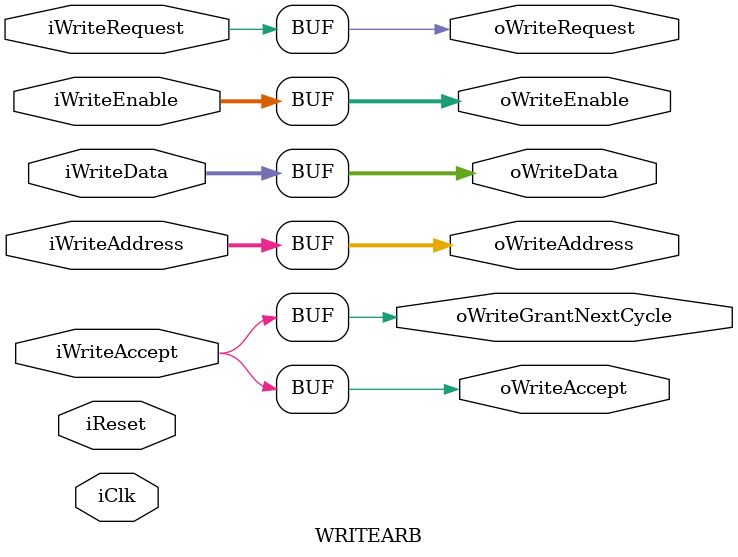
<source format=v>
`include "config.vh"

module ARBITER
#
(	
	parameter D_WIDTH = 32,	
	parameter INTERFACE_ADDR_WIDTH = 32,	
	parameter INTERFACE_MEM_WIDTH = 32,
	parameter NUM_LSU = 1
)
(
	input iClk,
	input iReset,
	
	//output oLastCycle,

	//input ports
	input [NUM_LSU*INTERFACE_ADDR_WIDTH-1:0] iWriteAddress,
	input [NUM_LSU*INTERFACE_ADDR_WIDTH-1:0] iReadAddress,
	input [NUM_LSU*(INTERFACE_MEM_WIDTH / 8)-1:0] iWriteEnable,
	output oReadEnable,
	input [NUM_LSU*D_WIDTH-1:0] iWriteData,
	input [NUM_LSU-1:0] iReadRequest,
	input [NUM_LSU-1:0] iWriteRequest,

	output [NUM_LSU*D_WIDTH-1:0] oReadData,
	output [NUM_LSU-1:0] oReadDataValid,
	output [NUM_LSU-1:0] oWriteAccept,

	output [NUM_LSU-1:0] oReadGrantNextCycle,
	output [NUM_LSU-1:0] oWriteGrantNextCycle,

	
	//output port
	output [INTERFACE_ADDR_WIDTH-1:0] oWriteAddress,
	output [INTERFACE_ADDR_WIDTH-1:0] oReadAddress,
	output [(INTERFACE_MEM_WIDTH / 8)-1:0] oWriteEnable,
	output [D_WIDTH-1:0] oWriteData,

	output oReadRequest,
	output oWriteRequest,
	input  iWriteAccept,
	input  iReadDataValid,

	input [D_WIDTH-1:0] iReadData
);

	READARB
	#(	
		.D_WIDTH(D_WIDTH),	
		.INTERFACE_ADDR_WIDTH(INTERFACE_ADDR_WIDTH),	
		.INTERFACE_MEM_WIDTH(INTERFACE_MEM_WIDTH),
		.NUM_LSU(NUM_LSU)
	)
	readarb_inst
	(
		.iClk(iClk),
		.iReset(iReset),
		.iReadAddress(iReadAddress),
		.iReadRequest(iReadRequest),
		.oReadData(oReadData),
		.oReadDataValid(oReadDataValid),
		.oReadGrantNextCycle(oReadGrantNextCycle),
		.oReadAddress(oReadAddress),
		.oReadRequest(oReadRequest),
		.iReadDataValid(iReadDataValid),
		.oReadEnable(oReadEnable),
		.iReadData(iReadData)
	);

	WRITEARB
	#(	
		.D_WIDTH(D_WIDTH),	
		.INTERFACE_ADDR_WIDTH(INTERFACE_ADDR_WIDTH),	
		.INTERFACE_MEM_WIDTH(INTERFACE_MEM_WIDTH),
		.NUM_LSU(NUM_LSU)
	)
	writearb_inst
	(
		.iClk(iClk),
		.iReset(iReset),
		.iWriteAddress(iWriteAddress),
		.iWriteEnable(iWriteEnable),
		.iWriteData(iWriteData),
		.iWriteRequest(iWriteRequest),
		.oWriteAccept(oWriteAccept),
		.oWriteGrantNextCycle(oWriteGrantNextCycle),
		.oWriteAddress(oWriteAddress),
		.oWriteEnable(oWriteEnable),
		.oWriteData(oWriteData),
		.oWriteRequest(oWriteRequest),
		.iWriteAccept(iWriteAccept)
	);
	
endmodule

module READARB
#
(	
	parameter D_WIDTH = 32,	
	parameter INTERFACE_ADDR_WIDTH = 32,	
	parameter INTERFACE_MEM_WIDTH = 32,
	parameter NUM_LSU = 1
)
(
	input iClk,
	input iReset,
	
	//input ports
	input [NUM_LSU*INTERFACE_ADDR_WIDTH-1:0] iReadAddress,

	input [NUM_LSU-1:0] iReadRequest,

	output [NUM_LSU*D_WIDTH-1:0] oReadData,
	output [NUM_LSU-1:0] oReadDataValid,

	output [NUM_LSU-1:0] oReadGrantNextCycle,
	
	//output port
	output [INTERFACE_ADDR_WIDTH-1:0] oReadAddress,

	output oReadRequest,
	input  iReadDataValid,
	output oReadEnable,

	input [D_WIDTH-1:0] iReadData
);

	function integer CLogB2;
		input [31:0] Depth;
		integer i;
		begin
			i = Depth;		
			for(CLogB2 = 0; i > 0; CLogB2 = CLogB2 + 1)
				i = i >> 1;
		end
	endfunction		
	
	localparam NUM_LSU_WIDTH = CLogB2(NUM_LSU-1);	

	wire [NUM_LSU-1:0] wGrant_unbuffered;
	wire [NUM_LSU-1:0] wGrant_buffered;	

	wire [NUM_LSU_WIDTH-1:0] wSelected_unbuffered;	
	wire [NUM_LSU_WIDTH-1:0] wSelected_buffered;	

	reg [NUM_LSU-1:0] rSameAddress;
	wire [NUM_LSU-1:0] wSameAddress;	

	integer i;
	always @(posedge iClk)
	begin
		if (iReset)
			begin
				rSameAddress <= 0;
			end
		else 
			begin
				rSameAddress <= wSameAddress;
			end
	end
	
	genvar gCurrPort;
	generate	
		if (NUM_LSU > 1)
			begin			

				for (gCurrPort=0; gCurrPort < NUM_LSU; gCurrPort = gCurrPort + 1)
					begin : check_same_addr
						assign wSameAddress[gCurrPort] = (oReadAddress == iReadAddress[(gCurrPort*INTERFACE_ADDR_WIDTH)+INTERFACE_ADDR_WIDTH-1 -: INTERFACE_ADDR_WIDTH]);
					end	

				ARBITER_GEN_RR
				#(
						.NUM_PORTS(NUM_LSU),
						.NUM_PORTS_WIDTH(NUM_LSU_WIDTH)
				)
				arbiter_read_inst	
				(
					.iClk(iClk),
					.iReset(iReset),
					
					.iRequest(iReadRequest),
					.oGrant(wGrant_buffered),
					.oGrant_unbuffered(wGrant_unbuffered),
					.oSelected(wSelected_buffered),
					.oSelected_unbuffered(wSelected_unbuffered),
					
					.oActive(),
					.iPortBusy(|iReadRequest & !iReadDataValid)					
				);			

				assign oReadRequest = |iReadRequest;
				assign oReadAddress = iReadAddress[(wSelected_unbuffered*INTERFACE_ADDR_WIDTH)+INTERFACE_ADDR_WIDTH-1 -: INTERFACE_ADDR_WIDTH];
				assign oReadData = {(NUM_LSU){iReadData}} & {(NUM_LSU*D_WIDTH){iReadDataValid}};				
				assign oReadGrantNextCycle = {(NUM_LSU){iReadDataValid}} & wSameAddress & {NUM_LSU{|wGrant_unbuffered}};					
				assign oReadEnable = |wGrant_unbuffered;

				`ifdef NATIVE_GM_INTERFACE
					assign oReadDataValid = {(NUM_LSU){iReadDataValid}} & rSameAddress & {NUM_LSU{|wGrant_buffered}};
				`else					
					assign oReadDataValid = {(NUM_LSU){iReadDataValid}} & wSameAddress & {NUM_LSU{|wGrant_unbuffered}};
				`endif				
			end
		else //if there is just one port then dont use the arbiter, just grant everything to port 0
			begin				
				assign oReadAddress = iReadAddress;
				assign oReadData = iReadData & {(D_WIDTH){iReadDataValid}};
				assign oReadDataValid = iReadDataValid;

				`ifdef NATIVE_GM_INTERFACE
					assign oReadGrantNextCycle = iReadRequest;
				`else
					assign oReadGrantNextCycle = iReadDataValid;
				`endif

				assign oReadRequest = iReadRequest;						
				assign oReadEnable = iReadRequest;
			end
	endgenerate	
endmodule

module WRITEARB
#
(	
	parameter D_WIDTH = 32,	
	parameter INTERFACE_ADDR_WIDTH = 32,	
	parameter INTERFACE_MEM_WIDTH = 32,
	parameter NUM_LSU = 1
)
(
	input iClk,
	input iReset,
	
	//input ports
	input [NUM_LSU*INTERFACE_ADDR_WIDTH-1:0] iWriteAddress,
	input [NUM_LSU*(INTERFACE_MEM_WIDTH / 8)-1:0] iWriteEnable,
	input [NUM_LSU*D_WIDTH-1:0] iWriteData,
	input [NUM_LSU-1:0] iWriteRequest,

	output [NUM_LSU-1:0] oWriteAccept,

	output [NUM_LSU-1:0] oWriteGrantNextCycle,

	
	//output port
	output [INTERFACE_ADDR_WIDTH-1:0] oWriteAddress,
	output [(INTERFACE_MEM_WIDTH / 8)-1:0] oWriteEnable,
	output [D_WIDTH-1:0] oWriteData,

	output oWriteRequest,
	input  iWriteAccept
);


	function integer CLogB2;
		input [31:0] Depth;
		integer i;
		begin
			i = Depth;		
			for(CLogB2 = 0; i > 0; CLogB2 = CLogB2 + 1)
				i = i >> 1;
		end
	endfunction		
	
	localparam NUM_LSU_WIDTH = CLogB2(NUM_LSU-1);	

	wire [NUM_LSU-1:0] wGrant_unbuffered;
	wire [NUM_LSU-1:0] wGrant_buffered;
	wire [NUM_LSU-1:0] wGrant_nonConflicting;

	wire [NUM_LSU_WIDTH-1:0] wSelected_unbuffered;	
	wire [NUM_LSU_WIDTH-1:0] wSelected_buffered;	

	wire [NUM_LSU*(INTERFACE_MEM_WIDTH / 8)-1:0] wWriteEnablesMasked;
	wire [NUM_LSU-1:0] wWriteEnablesMaskedRepacked[(INTERFACE_MEM_WIDTH / 8)-1:0];
	wire [NUM_LSU-1:0] wWriteDataRepacked[D_WIDTH-1:0];
	wire [(INTERFACE_MEM_WIDTH / 8)-1:0] wWriteEnablesOut;
	wire [D_WIDTH-1:0] wWriteDataOut;

	reg [NUM_LSU-1:0] rSameAddress;
	wire [NUM_LSU-1:0] wSameAddress;	

	function [NUM_LSU-1:0] FindBE;
		input [NUM_LSU*(INTERFACE_MEM_WIDTH / 8)-1:0] inputBE;
		integer i;
		reg [(INTERFACE_MEM_WIDTH / 8)-1:0] foundBE;
		reg [(INTERFACE_MEM_WIDTH / 8)-1:0] currBE;
		begin
			foundBE=0;
			FindBE=0;			

			for(i=0; i < NUM_LSU; i=i+1)
				begin
					currBE=inputBE[(i+1)*(INTERFACE_MEM_WIDTH / 8)-1-:(INTERFACE_MEM_WIDTH / 8)];
					if ( !( |(foundBE & currBE) ) )
						begin
							foundBE = foundBE | currBE;
							FindBE[i] = 1'b1;
						end
				end			
		end
	endfunction		
	
	always @(posedge iClk)
	begin
		if (iReset)
			begin				
				rSameAddress <= 0;
			end
		else 
			begin
				rSameAddress <= wSameAddress;
			end	
	end

	genvar gCurrPort;
	genvar gCurrByte;	
	genvar gCurrBit;
	generate	
		if (NUM_LSU > 1)
			begin			

				for (gCurrPort=0; gCurrPort < NUM_LSU; gCurrPort = gCurrPort + 1)
					begin : check_same_addr
						assign wSameAddress[gCurrPort] = (oWriteAddress == iWriteAddress[(gCurrPort*INTERFACE_ADDR_WIDTH)+INTERFACE_ADDR_WIDTH-1 -: INTERFACE_ADDR_WIDTH]);
						assign wWriteEnablesMasked[(gCurrPort*(INTERFACE_MEM_WIDTH / 8))+(INTERFACE_MEM_WIDTH / 8)-1 -: (INTERFACE_MEM_WIDTH / 8)] = {(INTERFACE_MEM_WIDTH / 8){wSameAddress[gCurrPort]}} & iWriteEnable[(gCurrPort*(INTERFACE_MEM_WIDTH / 8))+(INTERFACE_MEM_WIDTH / 8)-1 -: (INTERFACE_MEM_WIDTH / 8)] & {(INTERFACE_MEM_WIDTH / 8){iWriteRequest[gCurrPort]}};

						for (gCurrByte=0; gCurrByte < (INTERFACE_MEM_WIDTH / 8); gCurrByte = gCurrByte +1)						
							begin : repack_byte
								assign wWriteEnablesMaskedRepacked[gCurrByte][gCurrPort] = wWriteEnablesMasked[gCurrPort*(INTERFACE_MEM_WIDTH / 8) + gCurrByte] & wGrant_nonConflicting[gCurrPort];
								assign wWriteEnablesOut[gCurrByte] = |wWriteEnablesMaskedRepacked[gCurrByte];				

								for (gCurrBit=0; gCurrBit < 8; gCurrBit = gCurrBit +1)						
									begin: repack_bit
										assign wWriteDataRepacked[(gCurrByte*8)+gCurrBit][gCurrPort] = iWriteData[(gCurrPort*D_WIDTH)+(gCurrByte*8)+gCurrBit] & wGrant_nonConflicting[gCurrPort];
										assign wWriteDataOut[(gCurrByte*8)+gCurrBit] = |wWriteDataRepacked[(gCurrByte*8)+gCurrBit];
									end
							end
					end					

				ARBITER_GEN_RR
				#(
						.NUM_PORTS(NUM_LSU),
						.NUM_PORTS_WIDTH(NUM_LSU_WIDTH)
				)
				arbiter_read_inst	
				(
					.iClk(iClk),
					.iReset(iReset),
					
					.iRequest(iWriteRequest),
					.oGrant(wGrant_buffered),
					.oGrant_unbuffered(wGrant_unbuffered),
					.oSelected(wSelected_buffered),
					.oSelected_unbuffered(wSelected_unbuffered),
					
					.oActive(),
					.iPortBusy(|iWriteRequest & !iWriteAccept)					
				);			

				assign oWriteRequest = |iWriteRequest;
				assign oWriteAddress = iWriteAddress[(wSelected_unbuffered*INTERFACE_ADDR_WIDTH)+INTERFACE_ADDR_WIDTH-1 -: INTERFACE_ADDR_WIDTH];
				assign oWriteData = wWriteDataOut;
				assign oWriteEnable = wWriteEnablesOut;

				assign oWriteAccept = {(NUM_LSU){iWriteAccept}} & wGrant_nonConflicting; 
				assign oWriteGrantNextCycle = {(NUM_LSU){iWriteAccept}} & wGrant_nonConflicting;				

				assign wGrant_nonConflicting = FindBE(wWriteEnablesMasked) & wSameAddress & iWriteRequest;
			end
		else //if there is just one port then dont use the arbiter, just grant everything to port 0
			begin				
				assign oWriteAddress = iWriteAddress;
				assign oWriteData = iWriteData;
				assign oWriteEnable = iWriteEnable;
				assign oWriteAccept = iWriteAccept;
				`ifdef NATIVE_GM_INTERFACE
					assign oWriteGrantNextCycle = 1'b1;					
				`else
					assign oWriteGrantNextCycle = iWriteAccept;				
				`endif

				assign oWriteRequest = iWriteRequest;				
			end
	endgenerate	
endmodule

</source>
